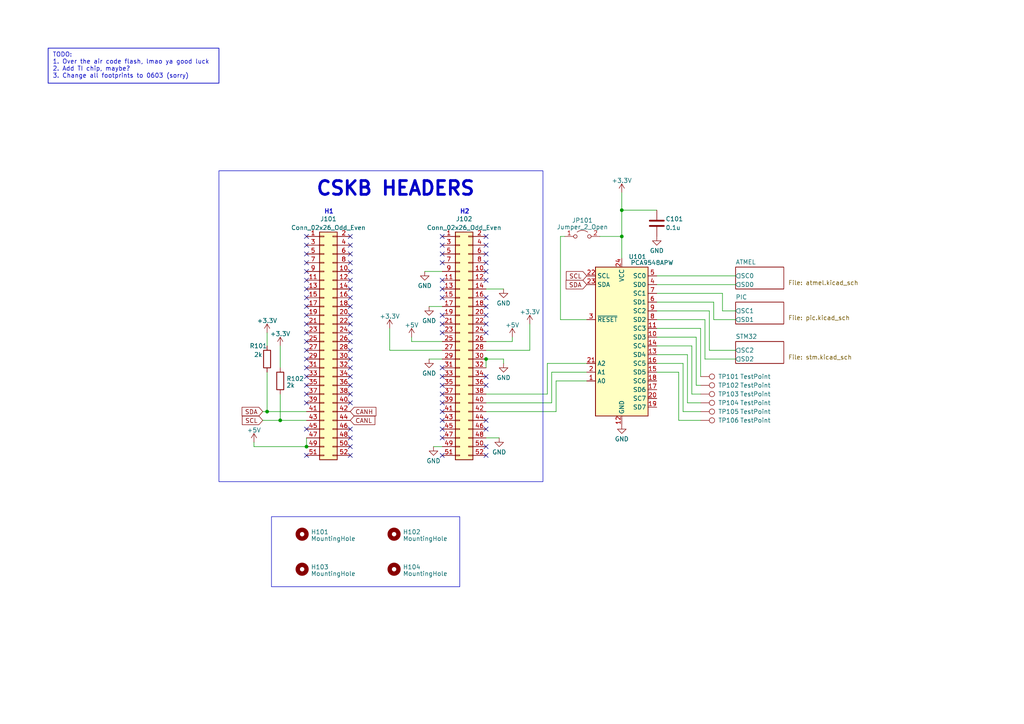
<source format=kicad_sch>
(kicad_sch (version 20230121) (generator eeschema)
  (paper "A4")
  (title_block (title "Payload Board") (rev "1.0") (company "RADSAT-SK 2") (comment 1 "By: Atharva K."))
  (lib_symbols
    (symbol "Connector:TestPoint" (pin_numbers hide) (pin_names (offset 0.762) hide)
      (property "Reference" "TP" (at 0 6.858 0))
      (property "Value" "TestPoint" (at 0 5.08 0))
      (symbol "TestPoint_0_1"
        (circle (center 0 3.302) (radius 0.762))
      )
      (symbol "TestPoint_1_1"
        (pin passive line (at 0 0 90) (length 2.54) (name "1") (number "1"))
      )
    )
    (symbol "Connector_Generic:Conn_02x26_Odd_Even" (pin_names (offset 1.016) hide)
      (property "Reference" "J" (at 1.27 33.02 0))
      (property "Value" "Conn_02x26_Odd_Even" (at 1.27 -35.56 0))
      (symbol "Conn_02x26_Odd_Even_1_1"
        (rectangle (start -1.27 -32.893) (end 0 -33.147) (stroke (width 0.1524)))
        (rectangle (start -1.27 -30.353) (end 0 -30.607) (stroke (width 0.1524)))
        (rectangle (start -1.27 -27.813) (end 0 -28.067) (stroke (width 0.1524)))
        (rectangle (start -1.27 -25.273) (end 0 -25.527) (stroke (width 0.1524)))
        (rectangle (start -1.27 -22.733) (end 0 -22.987) (stroke (width 0.1524)))
        (rectangle (start -1.27 -20.193) (end 0 -20.447) (stroke (width 0.1524)))
        (rectangle (start -1.27 -17.653) (end 0 -17.907) (stroke (width 0.1524)))
        (rectangle (start -1.27 -15.113) (end 0 -15.367) (stroke (width 0.1524)))
        (rectangle (start -1.27 -12.573) (end 0 -12.827) (stroke (width 0.1524)))
        (rectangle (start -1.27 -10.033) (end 0 -10.287) (stroke (width 0.1524)))
        (rectangle (start -1.27 -7.493) (end 0 -7.747) (stroke (width 0.1524)))
        (rectangle (start -1.27 -4.953) (end 0 -5.207) (stroke (width 0.1524)))
        (rectangle (start -1.27 -2.413) (end 0 -2.667) (stroke (width 0.1524)))
        (rectangle (start -1.27 0.127) (end 0 -0.127) (stroke (width 0.1524)))
        (rectangle (start -1.27 2.667) (end 0 2.413) (stroke (width 0.1524)))
        (rectangle (start -1.27 5.207) (end 0 4.953) (stroke (width 0.1524)))
        (rectangle (start -1.27 7.747) (end 0 7.493) (stroke (width 0.1524)))
        (rectangle (start -1.27 10.287) (end 0 10.033) (stroke (width 0.1524)))
        (rectangle (start -1.27 12.827) (end 0 12.573) (stroke (width 0.1524)))
        (rectangle (start -1.27 15.367) (end 0 15.113) (stroke (width 0.1524)))
        (rectangle (start -1.27 17.907) (end 0 17.653) (stroke (width 0.1524)))
        (rectangle (start -1.27 20.447) (end 0 20.193) (stroke (width 0.1524)))
        (rectangle (start -1.27 22.987) (end 0 22.733) (stroke (width 0.1524)))
        (rectangle (start -1.27 25.527) (end 0 25.273) (stroke (width 0.1524)))
        (rectangle (start -1.27 28.067) (end 0 27.813) (stroke (width 0.1524)))
        (rectangle (start -1.27 30.607) (end 0 30.353) (stroke (width 0.1524)))
        (rectangle (start -1.27 31.75) (end 3.81 -34.29) (stroke (width 0.254)) (fill (type background)))
        (rectangle (start 3.81 -32.893) (end 2.54 -33.147) (stroke (width 0.1524)))
        (rectangle (start 3.81 -30.353) (end 2.54 -30.607) (stroke (width 0.1524)))
        (rectangle (start 3.81 -27.813) (end 2.54 -28.067) (stroke (width 0.1524)))
        (rectangle (start 3.81 -25.273) (end 2.54 -25.527) (stroke (width 0.1524)))
        (rectangle (start 3.81 -22.733) (end 2.54 -22.987) (stroke (width 0.1524)))
        (rectangle (start 3.81 -20.193) (end 2.54 -20.447) (stroke (width 0.1524)))
        (rectangle (start 3.81 -17.653) (end 2.54 -17.907) (stroke (width 0.1524)))
        (rectangle (start 3.81 -15.113) (end 2.54 -15.367) (stroke (width 0.1524)))
        (rectangle (start 3.81 -12.573) (end 2.54 -12.827) (stroke (width 0.1524)))
        (rectangle (start 3.81 -10.033) (end 2.54 -10.287) (stroke (width 0.1524)))
        (rectangle (start 3.81 -7.493) (end 2.54 -7.747) (stroke (width 0.1524)))
        (rectangle (start 3.81 -4.953) (end 2.54 -5.207) (stroke (width 0.1524)))
        (rectangle (start 3.81 -2.413) (end 2.54 -2.667) (stroke (width 0.1524)))
        (rectangle (start 3.81 0.127) (end 2.54 -0.127) (stroke (width 0.1524)))
        (rectangle (start 3.81 2.667) (end 2.54 2.413) (stroke (width 0.1524)))
        (rectangle (start 3.81 5.207) (end 2.54 4.953) (stroke (width 0.1524)))
        (rectangle (start 3.81 7.747) (end 2.54 7.493) (stroke (width 0.1524)))
        (rectangle (start 3.81 10.287) (end 2.54 10.033) (stroke (width 0.1524)))
        (rectangle (start 3.81 12.827) (end 2.54 12.573) (stroke (width 0.1524)))
        (rectangle (start 3.81 15.367) (end 2.54 15.113) (stroke (width 0.1524)))
        (rectangle (start 3.81 17.907) (end 2.54 17.653) (stroke (width 0.1524)))
        (rectangle (start 3.81 20.447) (end 2.54 20.193) (stroke (width 0.1524)))
        (rectangle (start 3.81 22.987) (end 2.54 22.733) (stroke (width 0.1524)))
        (rectangle (start 3.81 25.527) (end 2.54 25.273) (stroke (width 0.1524)))
        (rectangle (start 3.81 28.067) (end 2.54 27.813) (stroke (width 0.1524)))
        (rectangle (start 3.81 30.607) (end 2.54 30.353) (stroke (width 0.1524)))
        (pin passive line (at -5.08 30.48 0) (length 3.81) (name "Pin_1") (number "1"))
        (pin passive line (at 7.62 20.32 180) (length 3.81) (name "Pin_10") (number "10"))
        (pin passive line (at -5.08 17.78 0) (length 3.81) (name "Pin_11") (number "11"))
        (pin passive line (at 7.62 17.78 180) (length 3.81) (name "Pin_12") (number "12"))
        (pin passive line (at -5.08 15.24 0) (length 3.81) (name "Pin_13") (number "13"))
        (pin passive line (at 7.62 15.24 180) (length 3.81) (name "Pin_14") (number "14"))
        (pin passive line (at -5.08 12.7 0) (length 3.81) (name "Pin_15") (number "15"))
        (pin passive line (at 7.62 12.7 180) (length 3.81) (name "Pin_16") (number "16"))
        (pin passive line (at -5.08 10.16 0) (length 3.81) (name "Pin_17") (number "17"))
        (pin passive line (at 7.62 10.16 180) (length 3.81) (name "Pin_18") (number "18"))
        (pin passive line (at -5.08 7.62 0) (length 3.81) (name "Pin_19") (number "19"))
        (pin passive line (at 7.62 30.48 180) (length 3.81) (name "Pin_2") (number "2"))
        (pin passive line (at 7.62 7.62 180) (length 3.81) (name "Pin_20") (number "20"))
        (pin passive line (at -5.08 5.08 0) (length 3.81) (name "Pin_21") (number "21"))
        (pin passive line (at 7.62 5.08 180) (length 3.81) (name "Pin_22") (number "22"))
        (pin passive line (at -5.08 2.54 0) (length 3.81) (name "Pin_23") (number "23"))
        (pin passive line (at 7.62 2.54 180) (length 3.81) (name "Pin_24") (number "24"))
        (pin passive line (at -5.08 0 0) (length 3.81) (name "Pin_25") (number "25"))
        (pin passive line (at 7.62 0 180) (length 3.81) (name "Pin_26") (number "26"))
        (pin passive line (at -5.08 -2.54 0) (length 3.81) (name "Pin_27") (number "27"))
        (pin passive line (at 7.62 -2.54 180) (length 3.81) (name "Pin_28") (number "28"))
        (pin passive line (at -5.08 -5.08 0) (length 3.81) (name "Pin_29") (number "29"))
        (pin passive line (at -5.08 27.94 0) (length 3.81) (name "Pin_3") (number "3"))
        (pin passive line (at 7.62 -5.08 180) (length 3.81) (name "Pin_30") (number "30"))
        (pin passive line (at -5.08 -7.62 0) (length 3.81) (name "Pin_31") (number "31"))
        (pin passive line (at 7.62 -7.62 180) (length 3.81) (name "Pin_32") (number "32"))
        (pin passive line (at -5.08 -10.16 0) (length 3.81) (name "Pin_33") (number "33"))
        (pin passive line (at 7.62 -10.16 180) (length 3.81) (name "Pin_34") (number "34"))
        (pin passive line (at -5.08 -12.7 0) (length 3.81) (name "Pin_35") (number "35"))
        (pin passive line (at 7.62 -12.7 180) (length 3.81) (name "Pin_36") (number "36"))
        (pin passive line (at -5.08 -15.24 0) (length 3.81) (name "Pin_37") (number "37"))
        (pin passive line (at 7.62 -15.24 180) (length 3.81) (name "Pin_38") (number "38"))
        (pin passive line (at -5.08 -17.78 0) (length 3.81) (name "Pin_39") (number "39"))
        (pin passive line (at 7.62 27.94 180) (length 3.81) (name "Pin_4") (number "4"))
        (pin passive line (at 7.62 -17.78 180) (length 3.81) (name "Pin_40") (number "40"))
        (pin passive line (at -5.08 -20.32 0) (length 3.81) (name "Pin_41") (number "41"))
        (pin passive line (at 7.62 -20.32 180) (length 3.81) (name "Pin_42") (number "42"))
        (pin passive line (at -5.08 -22.86 0) (length 3.81) (name "Pin_43") (number "43"))
        (pin passive line (at 7.62 -22.86 180) (length 3.81) (name "Pin_44") (number "44"))
        (pin passive line (at -5.08 -25.4 0) (length 3.81) (name "Pin_45") (number "45"))
        (pin passive line (at 7.62 -25.4 180) (length 3.81) (name "Pin_46") (number "46"))
        (pin passive line (at -5.08 -27.94 0) (length 3.81) (name "Pin_47") (number "47"))
        (pin passive line (at 7.62 -27.94 180) (length 3.81) (name "Pin_48") (number "48"))
        (pin passive line (at -5.08 -30.48 0) (length 3.81) (name "Pin_49") (number "49"))
        (pin passive line (at -5.08 25.4 0) (length 3.81) (name "Pin_5") (number "5"))
        (pin passive line (at 7.62 -30.48 180) (length 3.81) (name "Pin_50") (number "50"))
        (pin passive line (at -5.08 -33.02 0) (length 3.81) (name "Pin_51") (number "51"))
        (pin passive line (at 7.62 -33.02 180) (length 3.81) (name "Pin_52") (number "52"))
        (pin passive line (at 7.62 25.4 180) (length 3.81) (name "Pin_6") (number "6"))
        (pin passive line (at -5.08 22.86 0) (length 3.81) (name "Pin_7") (number "7"))
        (pin passive line (at 7.62 22.86 180) (length 3.81) (name "Pin_8") (number "8"))
        (pin passive line (at -5.08 20.32 0) (length 3.81) (name "Pin_9") (number "9"))
      )
    )
    (symbol "Device:C" (pin_numbers hide) (pin_names (offset 0.254))
      (property "Reference" "C" (at 0.635 2.54 0))
      (property "Value" "C" (at 0.635 -2.54 0))
      (symbol "C_0_1"
        (polyline (pts (xy -2.032 -0.762) (xy 2.032 -0.762)) (stroke (width 0.508)))
        (polyline (pts (xy -2.032 0.762) (xy 2.032 0.762)) (stroke (width 0.508)))
      )
      (symbol "C_1_1"
        (pin passive line (at 0 3.81 270) (length 2.794) (name "~") (number "1"))
        (pin passive line (at 0 -3.81 90) (length 2.794) (name "~") (number "2"))
      )
    )
    (symbol "Device:R" (pin_numbers hide) (pin_names (offset 0))
      (property "Reference" "R" (at 2.032 0 90))
      (property "Value" "R" (at 0 0 90))
      (symbol "R_0_1"
        (rectangle (start -1.016 -2.54) (end 1.016 2.54) (stroke (width 0.254)))
      )
      (symbol "R_1_1"
        (pin passive line (at 0 3.81 270) (length 1.27) (name "~") (number "1"))
        (pin passive line (at 0 -3.81 90) (length 1.27) (name "~") (number "2"))
      )
    )
    (symbol "Interface_Expansion:PCA9548APW"
      (property "Reference" "U" (at -7.62 21.59 0))
      (property "Value" "PCA9548APW" (at 1.016 21.59 0))
      (symbol "PCA9548APW_0_1"
        (rectangle (start -7.62 20.32) (end 7.62 -22.86) (stroke (width 0.254)) (fill (type background)))
      )
      (symbol "PCA9548APW_1_1"
        (pin input line (at -10.16 -12.7 0) (length 2.54) (name "A0") (number "1"))
        (pin bidirectional line (at 10.16 0 180) (length 2.54) (name "SD3") (number "10"))
        (pin output line (at 10.16 2.54 180) (length 2.54) (name "SC3") (number "11"))
        (pin power_in line (at 0 -25.4 90) (length 2.54) (name "GND") (number "12"))
        (pin bidirectional line (at 10.16 -5.08 180) (length 2.54) (name "SD4") (number "13"))
        (pin output line (at 10.16 -2.54 180) (length 2.54) (name "SC4") (number "14"))
        (pin bidirectional line (at 10.16 -10.16 180) (length 2.54) (name "SD5") (number "15"))
        (pin output line (at 10.16 -7.62 180) (length 2.54) (name "SC5") (number "16"))
        (pin bidirectional line (at 10.16 -15.24 180) (length 2.54) (name "SD6") (number "17"))
        (pin output line (at 10.16 -12.7 180) (length 2.54) (name "SC6") (number "18"))
        (pin bidirectional line (at 10.16 -20.32 180) (length 2.54) (name "SD7") (number "19"))
        (pin input line (at -10.16 -10.16 0) (length 2.54) (name "A1") (number "2"))
        (pin output line (at 10.16 -17.78 180) (length 2.54) (name "SC7") (number "20"))
        (pin input line (at -10.16 -7.62 0) (length 2.54) (name "A2") (number "21"))
        (pin input line (at -10.16 17.78 0) (length 2.54) (name "SCL") (number "22"))
        (pin bidirectional line (at -10.16 15.24 0) (length 2.54) (name "SDA") (number "23"))
        (pin power_in line (at 0 22.86 270) (length 2.54) (name "VCC") (number "24"))
        (pin input line (at -10.16 5.08 0) (length 2.54) (name "~{RESET}") (number "3"))
        (pin bidirectional line (at 10.16 15.24 180) (length 2.54) (name "SD0") (number "4"))
        (pin output line (at 10.16 17.78 180) (length 2.54) (name "SC0") (number "5"))
        (pin bidirectional line (at 10.16 10.16 180) (length 2.54) (name "SD1") (number "6"))
        (pin output line (at 10.16 12.7 180) (length 2.54) (name "SC1") (number "7"))
        (pin bidirectional line (at 10.16 5.08 180) (length 2.54) (name "SD2") (number "8"))
        (pin output line (at 10.16 7.62 180) (length 2.54) (name "SC2") (number "9"))
      )
    )
    (symbol "Jumper:Jumper_2_Open" (pin_names (offset 0) hide)
      (property "Reference" "JP" (at 0 2.794 0))
      (property "Value" "Jumper_2_Open" (at 0 -2.286 0))
      (symbol "Jumper_2_Open_0_0"
        (circle (center -2.032 0) (radius 0.508))
        (circle (center 2.032 0) (radius 0.508))
      )
      (symbol "Jumper_2_Open_0_1"
        (arc (start 1.524 1.27) (mid 0 1.778) (end -1.524 1.27))
      )
      (symbol "Jumper_2_Open_1_1"
        (pin passive line (at -5.08 0 0) (length 2.54) (name "A") (number "1"))
        (pin passive line (at 5.08 0 180) (length 2.54) (name "B") (number "2"))
      )
    )
    (symbol "Mechanical:MountingHole" (pin_names (offset 1.016))
      (property "Reference" "H" (at 0 5.08 0))
      (property "Value" "MountingHole" (at 0 3.175 0))
      (symbol "MountingHole_0_1"
        (circle (center 0 0) (radius 1.27) (stroke (width 1.27)))
      )
    )
    (symbol "power:+3.3V" (power) (pin_names (offset 0))
      (property "Value" "+3.3V" (at 0 3.556 0))
      (symbol "+3.3V_0_1"
        (polyline (pts (xy -0.762 1.27) (xy 0 2.54)))
        (polyline (pts (xy 0 0) (xy 0 2.54)))
        (polyline (pts (xy 0 2.54) (xy 0.762 1.27)))
      )
      (symbol "+3.3V_1_1"
        (pin power_in line (at 0 0 90) (length 0) hide (name "+3.3V") (number "1"))
      )
    )
    (symbol "power:+5V" (power) (pin_names (offset 0))
      (property "Value" "+5V" (at 0 3.556 0))
      (symbol "+5V_0_1"
        (polyline (pts (xy -0.762 1.27) (xy 0 2.54)))
        (polyline (pts (xy 0 0) (xy 0 2.54)))
        (polyline (pts (xy 0 2.54) (xy 0.762 1.27)))
      )
      (symbol "+5V_1_1"
        (pin power_in line (at 0 0 90) (length 0) hide (name "+5V") (number "1"))
      )
    )
    (symbol "power:GND" (power) (pin_names (offset 0))
      (property "Value" "GND" (at 0 -3.81 0))
      (symbol "GND_0_1"
        (polyline (pts (xy 0 0) (xy 0 -1.27) (xy 1.27 -1.27) (xy 0 -2.54) (xy -1.27 -1.27) (xy 0 -1.27)))
      )
      (symbol "GND_1_1"
        (pin power_in line (at 0 0 270) (length 0) hide (name "GND") (number "1"))
      )
    )
  )
  (junction (at 88.9 129.54))
  (junction (at 180.34 68.58))
  (junction (at 140.97 104.14))
  (junction (at 81.28 121.92))
  (junction (at 180.34 60.96))
  (junction (at 77.47 119.38))
  (no_connect (at 128.27 111.76))
  (no_connect (at 88.9 104.14))
  (no_connect (at 101.6 83.82))
  (no_connect (at 101.6 104.14))
  (no_connect (at 88.9 124.46))
  (no_connect (at 140.97 96.52))
  (no_connect (at 101.6 71.12))
  (no_connect (at 128.27 109.22))
  (no_connect (at 101.6 116.84))
  (no_connect (at 140.97 86.36))
  (no_connect (at 128.27 96.52))
  (no_connect (at 88.9 106.68))
  (no_connect (at 88.9 86.36))
  (no_connect (at 140.97 132.08))
  (no_connect (at 140.97 68.58))
  (no_connect (at 88.9 88.9))
  (no_connect (at 140.97 91.44))
  (no_connect (at 128.27 119.38))
  (no_connect (at 101.6 93.98))
  (no_connect (at 128.27 132.08))
  (no_connect (at 88.9 83.82))
  (no_connect (at 101.6 106.68))
  (no_connect (at 128.27 121.92))
  (no_connect (at 140.97 109.22))
  (no_connect (at 101.6 78.74))
  (no_connect (at 101.6 124.46))
  (no_connect (at 101.6 91.44))
  (no_connect (at 88.9 114.3))
  (no_connect (at 88.9 71.12))
  (no_connect (at 128.27 86.36))
  (no_connect (at 88.9 99.06))
  (no_connect (at 140.97 88.9))
  (no_connect (at 128.27 93.98))
  (no_connect (at 128.27 68.58))
  (no_connect (at 88.9 111.76))
  (no_connect (at 140.97 93.98))
  (no_connect (at 101.6 73.66))
  (no_connect (at 140.97 76.2))
  (no_connect (at 140.97 78.74))
  (no_connect (at 128.27 81.28))
  (no_connect (at 88.9 76.2))
  (no_connect (at 128.27 116.84))
  (no_connect (at 128.27 124.46))
  (no_connect (at 128.27 73.66))
  (no_connect (at 140.97 81.28))
  (no_connect (at 88.9 101.6))
  (no_connect (at 101.6 109.22))
  (no_connect (at 140.97 124.46))
  (no_connect (at 101.6 76.2))
  (no_connect (at 101.6 99.06))
  (no_connect (at 101.6 68.58))
  (no_connect (at 88.9 68.58))
  (no_connect (at 101.6 114.3))
  (no_connect (at 128.27 106.68))
  (no_connect (at 88.9 78.74))
  (no_connect (at 101.6 96.52))
  (no_connect (at 128.27 71.12))
  (no_connect (at 128.27 76.2))
  (no_connect (at 101.6 127))
  (no_connect (at 101.6 88.9))
  (no_connect (at 140.97 129.54))
  (no_connect (at 88.9 93.98))
  (no_connect (at 128.27 114.3))
  (no_connect (at 101.6 81.28))
  (no_connect (at 88.9 116.84))
  (no_connect (at 101.6 86.36))
  (no_connect (at 101.6 132.08))
  (no_connect (at 128.27 83.82))
  (no_connect (at 101.6 129.54))
  (no_connect (at 88.9 132.08))
  (no_connect (at 140.97 73.66))
  (no_connect (at 140.97 111.76))
  (no_connect (at 101.6 111.76))
  (no_connect (at 88.9 73.66))
  (no_connect (at 140.97 71.12))
  (no_connect (at 128.27 91.44))
  (no_connect (at 88.9 109.22))
  (no_connect (at 88.9 81.28))
  (no_connect (at 88.9 91.44))
  (no_connect (at 101.6 101.6))
  (no_connect (at 128.27 127))
  (no_connect (at 140.97 121.92))
  (no_connect (at 88.9 96.52))
  (wire (pts (xy 190.5 105.41) (xy 198.12 105.41)))
  (wire (pts (xy 205.74 101.6) (xy 213.36 101.6)))
  (wire (pts (xy 190.5 95.25) (xy 203.2 95.25)))
  (wire (pts (xy 146.05 104.14) (xy 146.05 105.41)))
  (wire (pts (xy 140.97 99.06) (xy 148.59 99.06)))
  (wire (pts (xy 119.38 99.06) (xy 119.38 97.79)))
  (wire (pts (xy 209.55 90.17) (xy 213.36 90.17)))
  (wire (pts (xy 190.5 87.63) (xy 207.01 87.63)))
  (wire (pts (xy 160.02 116.84) (xy 160.02 107.95)))
  (wire (pts (xy 113.03 101.6) (xy 113.03 95.25)))
  (wire (pts (xy 180.34 60.96) (xy 190.5 60.96)))
  (wire (pts (xy 161.29 110.49) (xy 161.29 119.38)))
  (wire (pts (xy 140.97 104.14) (xy 140.97 106.68)))
  (wire (pts (xy 140.97 83.82) (xy 146.05 83.82)))
  (wire (pts (xy 125.73 129.54) (xy 128.27 129.54)))
  (wire (pts (xy 204.47 92.71) (xy 204.47 104.14)))
  (wire (pts (xy 198.12 119.38) (xy 203.2 119.38)))
  (wire (pts (xy 153.67 101.6) (xy 153.67 93.98)))
  (wire (pts (xy 204.47 104.14) (xy 213.36 104.14)))
  (wire (pts (xy 158.75 105.41) (xy 158.75 114.3)))
  (wire (pts (xy 196.85 107.95) (xy 196.85 121.92)))
  (wire (pts (xy 160.02 107.95) (xy 170.18 107.95)))
  (wire (pts (xy 173.99 68.58) (xy 180.34 68.58)))
  (wire (pts (xy 198.12 105.41) (xy 198.12 119.38)))
  (wire (pts (xy 200.66 114.3) (xy 203.2 114.3)))
  (wire (pts (xy 124.46 104.14) (xy 128.27 104.14)))
  (wire (pts (xy 180.34 60.96) (xy 180.34 68.58)))
  (wire (pts (xy 162.56 92.71) (xy 162.56 68.58)))
  (wire (pts (xy 190.5 82.55) (xy 213.36 82.55)))
  (wire (pts (xy 81.28 121.92) (xy 88.9 121.92)))
  (wire (pts (xy 123.19 78.74) (xy 128.27 78.74)))
  (wire (pts (xy 180.34 55.88) (xy 180.34 60.96)))
  (wire (pts (xy 73.66 129.54) (xy 88.9 129.54)))
  (wire (pts (xy 140.97 101.6) (xy 153.67 101.6)))
  (wire (pts (xy 209.55 85.09) (xy 209.55 90.17)))
  (wire (pts (xy 162.56 68.58) (xy 163.83 68.58)))
  (wire (pts (xy 161.29 119.38) (xy 140.97 119.38)))
  (wire (pts (xy 76.2 119.38) (xy 77.47 119.38)))
  (wire (pts (xy 73.66 129.54) (xy 73.66 128.27)))
  (wire (pts (xy 200.66 100.33) (xy 200.66 114.3)))
  (wire (pts (xy 190.5 80.01) (xy 213.36 80.01)))
  (wire (pts (xy 170.18 92.71) (xy 162.56 92.71)))
  (wire (pts (xy 77.47 119.38) (xy 88.9 119.38)))
  (wire (pts (xy 207.01 87.63) (xy 207.01 92.71)))
  (wire (pts (xy 201.93 97.79) (xy 201.93 111.76)))
  (wire (pts (xy 140.97 104.14) (xy 146.05 104.14)))
  (wire (pts (xy 77.47 96.52) (xy 77.47 100.33)))
  (wire (pts (xy 201.93 111.76) (xy 203.2 111.76)))
  (wire (pts (xy 124.46 88.9) (xy 128.27 88.9)))
  (wire (pts (xy 203.2 95.25) (xy 203.2 109.22)))
  (wire (pts (xy 199.39 116.84) (xy 203.2 116.84)))
  (wire (pts (xy 190.5 90.17) (xy 205.74 90.17)))
  (wire (pts (xy 190.5 100.33) (xy 200.66 100.33)))
  (wire (pts (xy 77.47 107.95) (xy 77.47 119.38)))
  (wire (pts (xy 190.5 102.87) (xy 199.39 102.87)))
  (wire (pts (xy 140.97 127) (xy 144.78 127)))
  (wire (pts (xy 148.59 99.06) (xy 148.59 97.79)))
  (wire (pts (xy 158.75 114.3) (xy 140.97 114.3)))
  (wire (pts (xy 199.39 102.87) (xy 199.39 116.84)))
  (wire (pts (xy 81.28 114.3) (xy 81.28 121.92)))
  (wire (pts (xy 205.74 90.17) (xy 205.74 101.6)))
  (wire (pts (xy 140.97 116.84) (xy 160.02 116.84)))
  (wire (pts (xy 170.18 110.49) (xy 161.29 110.49)))
  (wire (pts (xy 128.27 101.6) (xy 113.03 101.6)))
  (wire (pts (xy 207.01 92.71) (xy 213.36 92.71)))
  (wire (pts (xy 190.5 92.71) (xy 204.47 92.71)))
  (wire (pts (xy 81.28 100.33) (xy 81.28 106.68)))
  (wire (pts (xy 190.5 97.79) (xy 201.93 97.79)))
  (wire (pts (xy 88.9 127) (xy 88.9 129.54)))
  (wire (pts (xy 196.85 121.92) (xy 203.2 121.92)))
  (wire (pts (xy 190.5 107.95) (xy 196.85 107.95)))
  (wire (pts (xy 180.34 68.58) (xy 180.34 74.93)))
  (wire (pts (xy 170.18 105.41) (xy 158.75 105.41)))
  (wire (pts (xy 76.2 121.92) (xy 81.28 121.92)))
  (wire (pts (xy 190.5 85.09) (xy 209.55 85.09)))
  (wire (pts (xy 128.27 99.06) (xy 119.38 99.06)))
  (rectangle (start 13.97 13.97) (end 63.5 24.13) (stroke (width 0.2)))
  (rectangle (start 78.74 149.86) (end 133.35 170.18))
  (rectangle (start 63.5 49.53) (end 157.48 139.7))
  (text "H2\n" (at 133.35 62.23 0) (effects (font (size 1.27 1.27) bold) (justify left bottom)))
  (text "TODO: \n1. Over the air code flash, lmao ya good luck\n2. Add TI chip, maybe?\n3. Change all footprints to 0603 (sorry)\n" (at 15.24 22.86 0) (effects (font (size 1.27 1.27)) (justify left bottom)))
  (text "H1" (at 93.98 62.23 0) (effects (font (size 1.27 1.27) bold) (justify left bottom)))
  (text "CSKB HEADERS" (at 91.44 57.15 0) (effects (font (size 4 4) (thickness 0.8) bold) (justify left bottom)))
  (global_label "SDA" (shape input) (at 76.2 119.38 180) (property "Intersheetrefs" "${INTERSHEET_REFS}" (effects hide)))
  (global_label "SCL" (shape input) (at 76.2 121.92 180) (property "Intersheetrefs" "${INTERSHEET_REFS}" (effects hide)))
  (global_label "CANL" (shape input) (at 101.6 121.92 0) (property "Intersheetrefs" "${INTERSHEET_REFS}" (effects hide)))
  (global_label "SCL" (shape input) (at 170.18 80.01 180) (property "Intersheetrefs" "${INTERSHEET_REFS}" (effects hide)))
  (global_label "CANH" (shape input) (at 101.6 119.38 0) (property "Intersheetrefs" "${INTERSHEET_REFS}" (effects hide)))
  (global_label "SDA" (shape input) (at 170.18 82.55 180) (property "Intersheetrefs" "${INTERSHEET_REFS}" (effects hide)))
  (symbol (lib_id "power:+5V") (at 119.38 97.79 0) (unit 1)
    (property "Reference" "#PWR0103" (effects hide))
    (property "Value" "+5V" (at 119.38 94.2881 0))
  )
  (symbol (lib_id "Connector_Generic:Conn_02x26_Odd_Even") (at 93.98 99.06 0) (unit 1)
    (property "Reference" "J101" (at 95.25 63.5 0))
    (property "Value" "Conn_02x26_Odd_Even" (at 95.25 66.04 0))
    (property "Footprint" "Connector_PinSocket_2.54mm:PinSocket_2x26_P2.54mm_Vertical" (effects hide))
  )
  (symbol (lib_id "Mechanical:MountingHole") (at 87.63 165.1 0) (unit 1)
    (property "Reference" "H103" (at 90.17 164.4563 0) (effects (justify left)))
    (property "Value" "MountingHole" (at 90.17 166.3773 0) (effects (justify left)))
    (property "Footprint" "MountingHole:MountingHole_2.7mm_M2.5_ISO7380_Pad" (effects hide))
  )
  (symbol (lib_id "Mechanical:MountingHole") (at 114.3 165.1 0) (unit 1)
    (property "Reference" "H104" (at 116.84 164.4563 0) (effects (justify left)))
    (property "Value" "MountingHole" (at 116.84 166.3773 0) (effects (justify left)))
    (property "Footprint" "MountingHole:MountingHole_2.7mm_M2.5_ISO7380_Pad" (effects hide))
  )
  (symbol (lib_id "power:GND") (at 146.05 83.82 0) (unit 1)
    (property "Reference" "#PWR0109" (effects hide))
    (property "Value" "GND" (at 146.05 87.9555 0))
  )
  (symbol (lib_id "power:GND") (at 124.46 88.9 0) (unit 1)
    (property "Reference" "#PWR0105" (effects hide))
    (property "Value" "GND" (at 124.46 93.0355 0))
  )
  (symbol (lib_id "Jumper:Jumper_2_Open") (at 168.91 68.58 0) (unit 1)
    (property "Reference" "JP101" (at 168.91 63.9191 0))
    (property "Value" "Jumper_2_Open" (at 168.91 65.8401 0))
    (property "Footprint" "Jumper:SolderJumper-2_P1.3mm_Open_Pad1.0x1.5mm" (effects hide))
  )
  (symbol (lib_id "Connector:TestPoint") (at 203.2 116.84 270) (unit 1)
    (property "Reference" "TP104" (at 208.28 116.84 90) (effects (justify left)))
    (property "Value" "TestPoint" (at 214.63 116.84 90) (effects (justify left)))
    (property "Footprint" "TestPoint:TestPoint_THTPad_1.0x1.0mm_Drill0.5mm" (effects hide))
  )
  (symbol (lib_id "Connector:TestPoint") (at 203.2 114.3 270) (unit 1)
    (property "Reference" "TP103" (at 208.28 114.3 90) (effects (justify left)))
    (property "Value" "TestPoint" (at 214.63 114.3 90) (effects (justify left)))
    (property "Footprint" "TestPoint:TestPoint_THTPad_1.0x1.0mm_Drill0.5mm" (effects hide))
  )
  (symbol (lib_id "power:+3.3V") (at 77.47 96.52 0) (unit 1)
    (property "Reference" "#PWR0113" (effects hide))
    (property "Value" "+3.3V" (at 77.47 93.0181 0))
  )
  (symbol (lib_id "power:+3.3V") (at 113.03 95.25 0) (unit 1)
    (property "Reference" "#PWR0102" (effects hide))
    (property "Value" "+3.3V" (at 113.03 91.7481 0))
  )
  (symbol (lib_id "power:GND") (at 125.73 129.54 0) (unit 1)
    (property "Reference" "#PWR0107" (effects hide))
    (property "Value" "GND" (at 125.73 133.6755 0))
  )
  (symbol (lib_id "power:+3.3V") (at 81.28 100.33 0) (unit 1)
    (property "Reference" "#PWR0114" (effects hide))
    (property "Value" "+3.3V" (at 81.28 96.8281 0))
  )
  (symbol (lib_id "power:+5V") (at 73.66 128.27 0) (unit 1)
    (property "Reference" "#PWR0101" (effects hide))
    (property "Value" "+5V" (at 73.66 124.7681 0))
  )
  (symbol (lib_id "power:GND") (at 190.5 68.58 0) (unit 1)
    (property "Reference" "#PWR0117" (effects hide))
    (property "Value" "GND" (at 190.5 72.7155 0))
  )
  (symbol (lib_id "Connector:TestPoint") (at 203.2 121.92 270) (unit 1)
    (property "Reference" "TP106" (at 208.28 121.92 90) (effects (justify left)))
    (property "Value" "TestPoint" (at 214.63 121.92 90) (effects (justify left)))
    (property "Footprint" "TestPoint:TestPoint_THTPad_1.0x1.0mm_Drill0.5mm" (effects hide))
  )
  (symbol (lib_id "Device:R") (at 77.47 104.14 0) (unit 1)
    (property "Reference" "R101" (at 72.39 100.33 0) (effects (justify left)))
    (property "Value" "2k" (at 73.66 102.87 0) (effects (justify left)))
    (property "Footprint" "Capacitor_SMD:C_0603_1608Metric_Pad1.08x0.95mm_HandSolder" (effects hide))
  )
  (symbol (lib_id "Connector:TestPoint") (at 203.2 111.76 270) (unit 1)
    (property "Reference" "TP102" (at 208.28 111.76 90) (effects (justify left)))
    (property "Value" "TestPoint" (at 214.63 111.76 90) (effects (justify left)))
    (property "Footprint" "TestPoint:TestPoint_THTPad_1.0x1.0mm_Drill0.5mm" (effects hide))
  )
  (symbol (lib_id "Interface_Expansion:PCA9548APW") (at 180.34 97.79 0) (unit 1)
    (property "Reference" "U101" (at 182.2959 74.4601 0) (effects (justify left)))
    (property "Value" "PCA9548APW" (at 182.88 76.2 0) (effects (justify left)))
    (property "Footprint" "Package_SO:TSSOP-24_4.4x7.8mm_P0.65mm" (effects hide))
    (property "Datasheet" "http://www.ti.com/lit/ds/symlink/pca9548a.pdf" (effects hide))
  )
  (symbol (lib_id "Mechanical:MountingHole") (at 114.3 154.94 0) (unit 1)
    (property "Reference" "H102" (at 116.84 154.2963 0) (effects (justify left)))
    (property "Value" "MountingHole" (at 116.84 156.2173 0) (effects (justify left)))
    (property "Footprint" "MountingHole:MountingHole_2.7mm_M2.5_ISO7380_Pad" (effects hide))
  )
  (symbol (lib_id "Connector:TestPoint") (at 203.2 109.22 270) (unit 1)
    (property "Reference" "TP101" (at 208.28 109.22 90) (effects (justify left)))
    (property "Value" "TestPoint" (at 214.63 109.22 90) (effects (justify left)))
    (property "Footprint" "TestPoint:TestPoint_THTPad_1.0x1.0mm_Drill0.5mm" (effects hide))
  )
  (symbol (lib_id "power:GND") (at 123.19 78.74 0) (unit 1)
    (property "Reference" "#PWR0104" (effects hide))
    (property "Value" "GND" (at 123.19 82.8755 0))
  )
  (symbol (lib_id "power:GND") (at 180.34 123.19 0) (unit 1)
    (property "Reference" "#PWR0116" (effects hide))
    (property "Value" "GND" (at 180.34 127.3255 0))
  )
  (symbol (lib_id "power:+3.3V") (at 153.67 93.98 0) (unit 1)
    (property "Reference" "#PWR0112" (effects hide))
    (property "Value" "+3.3V" (at 153.67 90.4781 0))
  )
  (symbol (lib_id "Device:C") (at 190.5 64.77 0) (unit 1)
    (property "Reference" "C101" (at 193.04 63.5 0) (effects (justify left)))
    (property "Value" "0.1u" (at 193.04 66.04 0) (effects (justify left)))
    (property "Footprint" "Capacitor_SMD:C_0603_1608Metric" (effects hide))
  )
  (symbol (lib_id "power:GND") (at 144.78 127 0) (unit 1)
    (property "Reference" "#PWR0108" (effects hide))
    (property "Value" "GND" (at 144.78 131.1355 0))
  )
  (symbol (lib_id "power:GND") (at 124.46 104.14 0) (unit 1)
    (property "Reference" "#PWR0106" (effects hide))
    (property "Value" "GND" (at 124.46 108.2755 0))
  )
  (symbol (lib_id "Device:R") (at 81.28 110.49 0) (unit 1)
    (property "Reference" "R102" (at 83.058 109.8463 0) (effects (justify left)))
    (property "Value" "2k" (at 83.058 111.7673 0) (effects (justify left)))
    (property "Footprint" "Capacitor_SMD:C_0603_1608Metric_Pad1.08x0.95mm_HandSolder" (effects hide))
  )
  (symbol (lib_id "power:+3.3V") (at 180.34 55.88 0) (unit 1)
    (property "Reference" "#PWR0115" (effects hide))
    (property "Value" "+3.3V" (at 180.34 52.3781 0))
  )
  (symbol (lib_id "Connector_Generic:Conn_02x26_Odd_Even") (at 133.35 99.06 0) (unit 1)
    (property "Reference" "J102" (at 134.62 63.5 0))
    (property "Value" "Conn_02x26_Odd_Even" (at 134.62 66.04 0))
    (property "Footprint" "Connector_PinSocket_2.54mm:PinSocket_2x26_P2.54mm_Vertical" (effects hide))
  )
  (symbol (lib_id "Mechanical:MountingHole") (at 87.63 154.94 0) (unit 1)
    (property "Reference" "H101" (at 90.17 154.2963 0) (effects (justify left)))
    (property "Value" "MountingHole" (at 90.17 156.2173 0) (effects (justify left)))
    (property "Footprint" "MountingHole:MountingHole_2.7mm_M2.5_ISO7380_Pad" (effects hide))
  )
  (symbol (lib_id "Connector:TestPoint") (at 203.2 119.38 270) (unit 1)
    (property "Reference" "TP105" (at 208.28 119.38 90) (effects (justify left)))
    (property "Value" "TestPoint" (at 214.63 119.38 90) (effects (justify left)))
    (property "Footprint" "TestPoint:TestPoint_THTPad_1.0x1.0mm_Drill0.5mm" (effects hide))
  )
  (symbol (lib_id "power:+5V") (at 148.59 97.79 0) (unit 1)
    (property "Reference" "#PWR0111" (effects hide))
    (property "Value" "+5V" (at 148.59 94.2881 0))
  )
  (symbol (lib_id "power:GND") (at 146.05 105.41 0) (unit 1)
    (property "Reference" "#PWR0110" (effects hide))
    (property "Value" "GND" (at 146.05 109.5455 0))
  )
  (sheet (at 213.36 87.63) (size 13.97 6.35) (stroke (width 0.1524))
    (property "Sheetname" "PIC" (at 213.36 86.9184 0) (effects (justify left bottom)))
    (property "Sheetfile" "pic.kicad_sch" (at 228.6 91.44 0) (effects (justify left top)))
    (pin "SC1" output (at 213.36 90.17 180))
    (pin "SD1" output (at 213.36 92.71 180))
  )
  (sheet (at 213.36 99.06) (size 13.97 6.35) (stroke (width 0.1524))
    (property "Sheetname" "STM32" (at 213.36 98.3484 0) (effects (justify left bottom)))
    (property "Sheetfile" "stm.kicad_sch" (at 228.6 102.87 0) (effects (justify left top)))
    (pin "SC2" output (at 213.36 101.6 180))
    (pin "SD2" output (at 213.36 104.14 180))
  )
  (sheet (at 213.36 77.47) (size 13.97 6.35) (stroke (width 0.1524))
    (property "Sheetname" "ATMEL" (at 213.36 76.7584 0) (effects (justify left bottom)))
    (property "Sheetfile" "atmel.kicad_sch" (at 228.6 81.28 0) (effects (justify left top)))
    (pin "SD0" output (at 213.36 82.55 180))
    (pin "SC0" output (at 213.36 80.01 180))
  )
)
</source>
